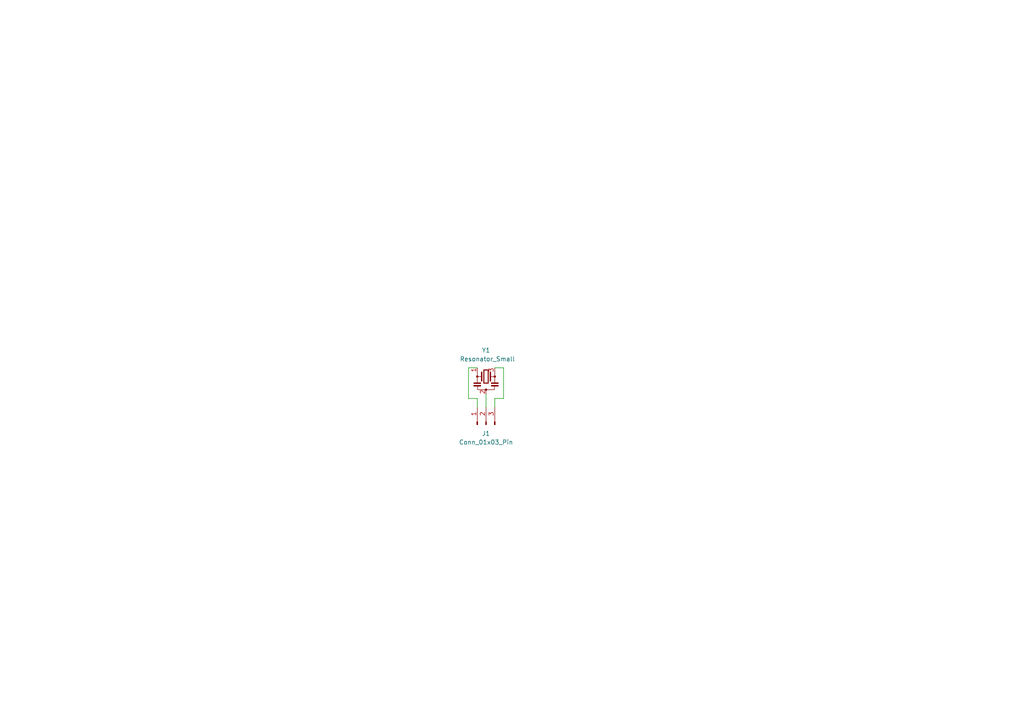
<source format=kicad_sch>
(kicad_sch (version 20231120) (generator "eeschema") (generator_version "8.0")
  (paper "A4")
  (title_block (title "X2 Adapter") (date "2024-11-08") (rev "1"))
  (lib_symbols
    (symbol "Connector:Conn_01x03_Pin" (pin_names (offset 1.016) hide)
      (property "Reference" "J" (at 0 5.08 0))
      (property "Value" "Conn_01x03_Pin" (at 0 -5.08 0))
      (symbol "Conn_01x03_Pin_1_1"
        (polyline (pts (xy 1.27 -2.54) (xy 0.8636 -2.54)) (stroke (width 0.1524)))
        (polyline (pts (xy 1.27 0) (xy 0.8636 0)) (stroke (width 0.1524)))
        (polyline (pts (xy 1.27 2.54) (xy 0.8636 2.54)) (stroke (width 0.1524)))
        (rectangle (start 0.8636 -2.413) (end 0 -2.667) (stroke (width 0.1524)) (fill (type outline)))
        (rectangle (start 0.8636 0.127) (end 0 -0.127) (stroke (width 0.1524)) (fill (type outline)))
        (rectangle (start 0.8636 2.667) (end 0 2.413) (stroke (width 0.1524)) (fill (type outline)))
        (pin passive line (at 5.08 2.54 180) (length 3.81) (name "Pin_1") (number "1"))
        (pin passive line (at 5.08 0 180) (length 3.81) (name "Pin_2") (number "2"))
        (pin passive line (at 5.08 -2.54 180) (length 3.81) (name "Pin_3") (number "3"))
      )
    )
    (symbol "Device:Resonator_Small" (pin_names (offset 1.016) hide)
      (property "Reference" "Y" (at 3.175 1.905 0))
      (property "Value" "Resonator_Small" (at 3.175 0 0))
      (symbol "Resonator_Small_0_1"
        (rectangle (start -3.556 -2.54) (end -1.524 -2.794) (fill (type outline)))
        (rectangle (start -3.556 -1.778) (end -1.524 -2.032) (fill (type outline)))
        (circle (center -2.54 0) (radius 0.254) (fill (type outline)))
        (rectangle (start -0.635 1.905) (end 0.635 -1.905) (stroke (width 0.3048)))
        (circle (center 0 -3.81) (radius 0.254) (fill (type outline)))
        (polyline (pts (xy -2.54 -1.778) (xy -2.54 0)))
        (polyline (pts (xy -2.54 0) (xy -1.397 0)))
        (polyline (pts (xy -2.54 1.27) (xy -2.54 0)))
        (polyline (pts (xy -1.27 -1.27) (xy -1.27 1.27)) (stroke (width 0.381)))
        (polyline (pts (xy 1.27 -1.27) (xy 1.27 1.27)) (stroke (width 0.381)))
        (polyline (pts (xy 1.27 0) (xy 2.54 0)))
        (polyline (pts (xy 2.54 0) (xy 2.54 -1.778)))
        (polyline (pts (xy 2.54 1.27) (xy 2.54 0)))
        (polyline (pts (xy 2.413 -2.794) (xy 2.413 -3.81) (xy -2.413 -3.81) (xy -2.413 -2.667)))
        (rectangle (start 1.524 -2.54) (end 3.556 -2.794) (fill (type outline)))
        (rectangle (start 1.524 -1.778) (end 3.556 -2.032) (fill (type outline)))
        (circle (center 2.54 0) (radius 0.254) (fill (type outline)))
      )
      (symbol "Resonator_Small_1_1"
        (pin passive line (at -2.54 2.54 270) (length 1.27) (name "1") (number "1"))
        (pin passive line (at 0 -5.08 90) (length 1.27) (name "2") (number "2"))
        (pin passive line (at 2.54 2.54 270) (length 1.27) (name "3") (number "3"))
      )
    )
  )
  (wire (pts (xy 143.51 106.68) (xy 146.05 106.68)))
  (wire (pts (xy 138.43 115.57) (xy 138.43 118.11)))
  (wire (pts (xy 135.89 106.68) (xy 135.89 115.57)))
  (wire (pts (xy 140.97 114.3) (xy 140.97 118.11)))
  (wire (pts (xy 146.05 106.68) (xy 146.05 115.57)))
  (wire (pts (xy 146.05 115.57) (xy 143.51 115.57)))
  (wire (pts (xy 143.51 115.57) (xy 143.51 118.11)))
  (wire (pts (xy 135.89 115.57) (xy 138.43 115.57)))
  (wire (pts (xy 138.43 106.68) (xy 135.89 106.68)))
  (symbol (lib_id "Device:Resonator_Small") (at 140.97 109.22 0) (unit 1)
    (property "Reference" "Y1" (at 139.7 101.6 0) (effects (justify left)))
    (property "Value" "Resonator_Small" (at 133.35 104.14 0) (effects (justify left)))
    (property "Footprint" "Crystal:Resonator_SMD_Murata_CSTCR_4.5x2x1.15mm" (effects (hide yes)))
    (property "Description" "Three pin ceramic resonator, small symbol" (effects (hide yes)))
  )
  (symbol (lib_id "Connector:Conn_01x03_Pin") (at 140.97 123.19 90) (unit 1)
    (property "Reference" "J1" (at 140.97 125.73 90))
    (property "Value" "Conn_01x03_Pin" (at 140.97 128.27 90))
    (property "Footprint" "Connector_PinHeader_2.54mm:PinHeader_1x03_P2.54mm_Vertical" (effects (hide yes)))
    (property "Description" "Generic connector, single row, 01x03, script generated" (effects (hide yes)))
  )
)
</source>
